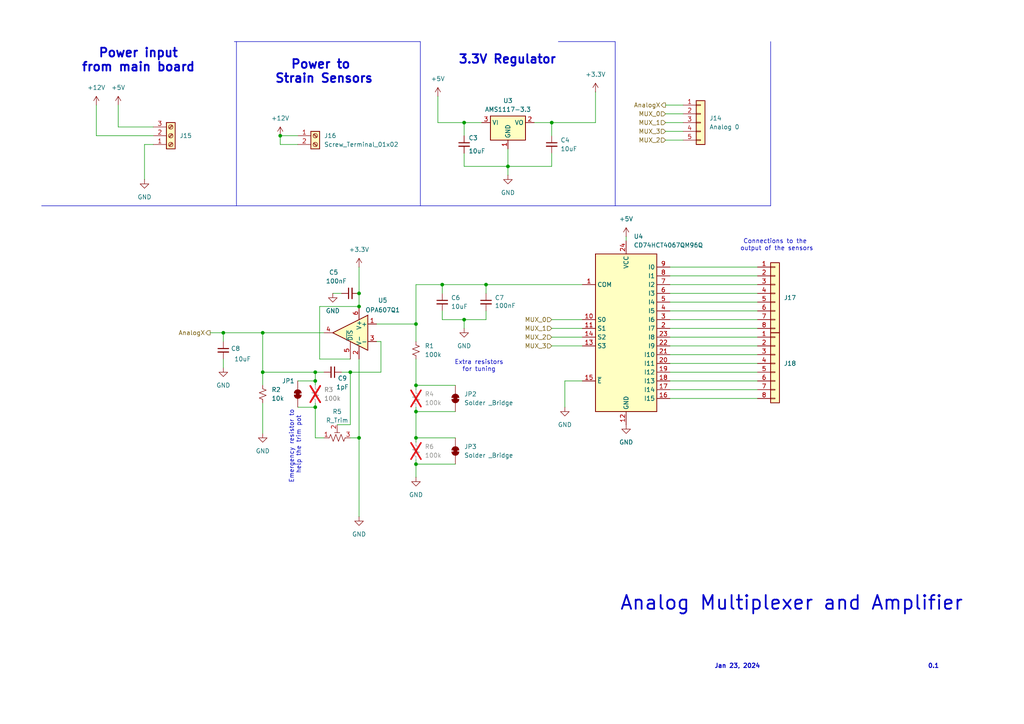
<source format=kicad_sch>
(kicad_sch (version 20231120) (generator "eeschema") (generator_version "8.0")
  (paper "A4")
  (lib_symbols
    (symbol "+3.3V_1" (power) (pin_numbers hide) (pin_names (offset 0) hide)
      (property "Value" "+3.3V" (at 0 3.556 0))
      (symbol "+3.3V_1_0_1"
        (polyline (pts (xy -0.762 1.27) (xy 0 2.54)))
        (polyline (pts (xy 0 0) (xy 0 2.54)))
        (polyline (pts (xy 0 2.54) (xy 0.762 1.27)))
      )
      (symbol "+3.3V_1_1_1"
        (pin power_in line (at 0 0 90) (length 0) (name "~") (number "1"))
      )
    )
    (symbol "+5V_1" (power) (pin_numbers hide) (pin_names (offset 0) hide)
      (property "Value" "+5V" (at 0 3.556 0))
      (symbol "+5V_1_0_1"
        (polyline (pts (xy -0.762 1.27) (xy 0 2.54)))
        (polyline (pts (xy 0 0) (xy 0 2.54)))
        (polyline (pts (xy 0 2.54) (xy 0.762 1.27)))
      )
      (symbol "+5V_1_1_1"
        (pin power_in line (at 0 0 90) (length 0) (name "~") (number "1"))
      )
    )
    (symbol "74xx:CD74HC4067M"
      (property "Reference" "U8" (at 2.1941 26.67 0))
      (property "Value" "CD74HCT4067QM96Q" (at 2.1941 24.13 0))
      (symbol "CD74HC4067M_0_1"
        (rectangle (start -8.89 21.59) (end 8.89 -24.13) (stroke (width 0.254)) (fill (type background)))
      )
      (symbol "CD74HC4067M_1_1"
        (pin output line (at -12.7 12.7 0) (length 3.81) (name "COM") (number "1"))
        (pin input line (at -12.7 2.54 0) (length 3.81) (name "S0") (number "10"))
        (pin input line (at -12.7 0 0) (length 3.81) (name "S1") (number "11"))
        (pin power_in line (at 0 -27.94 90) (length 3.81) (name "GND") (number "12"))
        (pin input line (at -12.7 -5.08 0) (length 3.81) (name "S3") (number "13"))
        (pin input line (at -12.7 -2.54 0) (length 3.81) (name "S2") (number "14"))
        (pin input line (at -12.7 -15.24 0) (length 3.81) (name "~{E}") (number "15"))
        (pin passive line (at 12.7 -20.32 180) (length 3.81) (name "I15") (number "16"))
        (pin passive line (at 12.7 -17.78 180) (length 3.81) (name "I14") (number "17"))
        (pin passive line (at 12.7 -15.24 180) (length 3.81) (name "I13") (number "18"))
        (pin passive line (at 12.7 -12.7 180) (length 3.81) (name "I12") (number "19"))
        (pin passive line (at 12.7 0 180) (length 3.81) (name "I7") (number "2"))
        (pin passive line (at 12.7 -10.16 180) (length 3.81) (name "I11") (number "20"))
        (pin passive line (at 12.7 -7.62 180) (length 3.81) (name "I10") (number "21"))
        (pin passive line (at 12.7 -5.08 180) (length 3.81) (name "I9") (number "22"))
        (pin passive line (at 12.7 -2.54 180) (length 3.81) (name "I8") (number "23"))
        (pin power_in line (at 0 25.4 270) (length 3.81) (name "VCC") (number "24"))
        (pin passive line (at 12.7 2.54 180) (length 3.81) (name "I6") (number "3"))
        (pin passive line (at 12.7 5.08 180) (length 3.81) (name "I5") (number "4"))
        (pin passive line (at 12.7 7.62 180) (length 3.81) (name "I4") (number "5"))
        (pin passive line (at 12.7 10.16 180) (length 3.81) (name "I3") (number "6"))
        (pin passive line (at 12.7 12.7 180) (length 3.81) (name "I2") (number "7"))
        (pin passive line (at 12.7 15.24 180) (length 3.81) (name "I1") (number "8"))
        (pin passive line (at 12.7 17.78 180) (length 3.81) (name "I0") (number "9"))
      )
    )
    (symbol "Amplifier_Operational:OPA690xDBV" (pin_names (offset 0.127))
      (property "Reference" "U5" (at 12.7 6.3186 0))
      (property "Value" "OPA607Q1" (at 12.7 3.7786 0))
      (symbol "OPA690xDBV_0_1"
        (polyline (pts (xy -5.08 5.08) (xy 5.08 0) (xy -5.08 -5.08) (xy -5.08 5.08)) (stroke (width 0.254)) (fill (type background)))
        (pin power_in line (at -2.54 -7.62 90) (length 3.81) (name "V-") (number "2"))
        (pin power_in line (at -2.54 7.62 270) (length 3.81) (name "V+") (number "6"))
      )
      (symbol "OPA690xDBV_1_1"
        (pin input line (at -7.62 2.54 0) (length 2.54) (name "+") (number "1"))
        (pin input line (at -7.62 -2.54 0) (length 2.54) (name "-") (number "3"))
        (pin output line (at 7.62 0 180) (length 2.54) (name "~") (number "4"))
        (pin input line (at 0 -7.62 90) (length 5.08) (name "~{DIS}") (number "5"))
      )
    )
    (symbol "Connector:Screw_Terminal_01x02" (pin_names (offset 1.016) hide)
      (property "Reference" "J" (at 0 2.54 0))
      (property "Value" "Screw_Terminal_01x02" (at 0 -5.08 0))
      (symbol "Screw_Terminal_01x02_1_1"
        (rectangle (start -1.27 1.27) (end 1.27 -3.81) (stroke (width 0.254)) (fill (type background)))
        (circle (center 0 -2.54) (radius 0.635) (stroke (width 0.1524)))
        (polyline (pts (xy -0.5334 -2.2098) (xy 0.3302 -3.048)) (stroke (width 0.1524)))
        (polyline (pts (xy -0.5334 0.3302) (xy 0.3302 -0.508)) (stroke (width 0.1524)))
        (polyline (pts (xy -0.3556 -2.032) (xy 0.508 -2.8702)) (stroke (width 0.1524)))
        (polyline (pts (xy -0.3556 0.508) (xy 0.508 -0.3302)) (stroke (width 0.1524)))
        (circle (center 0 0) (radius 0.635) (stroke (width 0.1524)))
        (pin passive line (at -5.08 0 0) (length 3.81) (name "Pin_1") (number "1"))
        (pin passive line (at -5.08 -2.54 0) (length 3.81) (name "Pin_2") (number "2"))
      )
    )
    (symbol "Connector:Screw_Terminal_01x03" (pin_names (offset 1.016) hide)
      (property "Reference" "J" (at 0 5.08 0))
      (property "Value" "Screw_Terminal_01x03" (at 0 -5.08 0))
      (symbol "Screw_Terminal_01x03_1_1"
        (rectangle (start -1.27 3.81) (end 1.27 -3.81) (stroke (width 0.254)) (fill (type background)))
        (circle (center 0 -2.54) (radius 0.635) (stroke (width 0.1524)))
        (polyline (pts (xy -0.5334 -2.2098) (xy 0.3302 -3.048)) (stroke (width 0.1524)))
        (polyline (pts (xy -0.5334 0.3302) (xy 0.3302 -0.508)) (stroke (width 0.1524)))
        (polyline (pts (xy -0.5334 2.8702) (xy 0.3302 2.032)) (stroke (width 0.1524)))
        (polyline (pts (xy -0.3556 -2.032) (xy 0.508 -2.8702)) (stroke (width 0.1524)))
        (polyline (pts (xy -0.3556 0.508) (xy 0.508 -0.3302)) (stroke (width 0.1524)))
        (polyline (pts (xy -0.3556 3.048) (xy 0.508 2.2098)) (stroke (width 0.1524)))
        (circle (center 0 0) (radius 0.635) (stroke (width 0.1524)))
        (circle (center 0 2.54) (radius 0.635) (stroke (width 0.1524)))
        (pin passive line (at -5.08 2.54 0) (length 3.81) (name "Pin_1") (number "1"))
        (pin passive line (at -5.08 0 0) (length 3.81) (name "Pin_2") (number "2"))
        (pin passive line (at -5.08 -2.54 0) (length 3.81) (name "Pin_3") (number "3"))
      )
    )
    (symbol "Connector_Generic:Conn_01x05" (pin_names (offset 1.016) hide)
      (property "Reference" "J" (at 0 7.62 0))
      (property "Value" "Conn_01x05" (at 0 -7.62 0))
      (symbol "Conn_01x05_1_1"
        (rectangle (start -1.27 -4.953) (end 0 -5.207) (stroke (width 0.1524)))
        (rectangle (start -1.27 -2.413) (end 0 -2.667) (stroke (width 0.1524)))
        (rectangle (start -1.27 0.127) (end 0 -0.127) (stroke (width 0.1524)))
        (rectangle (start -1.27 2.667) (end 0 2.413) (stroke (width 0.1524)))
        (rectangle (start -1.27 5.207) (end 0 4.953) (stroke (width 0.1524)))
        (rectangle (start -1.27 6.35) (end 1.27 -6.35) (stroke (width 0.254)) (fill (type background)))
        (pin passive line (at -5.08 5.08 0) (length 3.81) (name "Pin_1") (number "1"))
        (pin passive line (at -5.08 2.54 0) (length 3.81) (name "Pin_2") (number "2"))
        (pin passive line (at -5.08 0 0) (length 3.81) (name "Pin_3") (number "3"))
        (pin passive line (at -5.08 -2.54 0) (length 3.81) (name "Pin_4") (number "4"))
        (pin passive line (at -5.08 -5.08 0) (length 3.81) (name "Pin_5") (number "5"))
      )
    )
    (symbol "Connector_Generic:Conn_01x08" (pin_names (offset 1.016) hide)
      (property "Reference" "J" (at 0 10.16 0))
      (property "Value" "Conn_01x08" (at 0 -12.7 0))
      (symbol "Conn_01x08_1_1"
        (rectangle (start -1.27 -10.033) (end 0 -10.287) (stroke (width 0.1524)))
        (rectangle (start -1.27 -7.493) (end 0 -7.747) (stroke (width 0.1524)))
        (rectangle (start -1.27 -4.953) (end 0 -5.207) (stroke (width 0.1524)))
        (rectangle (start -1.27 -2.413) (end 0 -2.667) (stroke (width 0.1524)))
        (rectangle (start -1.27 0.127) (end 0 -0.127) (stroke (width 0.1524)))
        (rectangle (start -1.27 2.667) (end 0 2.413) (stroke (width 0.1524)))
        (rectangle (start -1.27 5.207) (end 0 4.953) (stroke (width 0.1524)))
        (rectangle (start -1.27 7.747) (end 0 7.493) (stroke (width 0.1524)))
        (rectangle (start -1.27 8.89) (end 1.27 -11.43) (stroke (width 0.254)) (fill (type background)))
        (pin passive line (at -5.08 7.62 0) (length 3.81) (name "Pin_1") (number "1"))
        (pin passive line (at -5.08 5.08 0) (length 3.81) (name "Pin_2") (number "2"))
        (pin passive line (at -5.08 2.54 0) (length 3.81) (name "Pin_3") (number "3"))
        (pin passive line (at -5.08 0 0) (length 3.81) (name "Pin_4") (number "4"))
        (pin passive line (at -5.08 -2.54 0) (length 3.81) (name "Pin_5") (number "5"))
        (pin passive line (at -5.08 -5.08 0) (length 3.81) (name "Pin_6") (number "6"))
        (pin passive line (at -5.08 -7.62 0) (length 3.81) (name "Pin_7") (number "7"))
        (pin passive line (at -5.08 -10.16 0) (length 3.81) (name "Pin_8") (number "8"))
      )
    )
    (symbol "Device:C_Small" (pin_numbers hide) (pin_names (offset 0.254) hide)
      (property "Reference" "C" (at 0.254 1.778 0))
      (property "Value" "C_Small" (at 0.254 -2.032 0))
      (symbol "C_Small_0_1"
        (polyline (pts (xy -1.524 -0.508) (xy 1.524 -0.508)) (stroke (width 0.3302)))
        (polyline (pts (xy -1.524 0.508) (xy 1.524 0.508)) (stroke (width 0.3048)))
      )
      (symbol "C_Small_1_1"
        (pin passive line (at 0 2.54 270) (length 2.032) (name "~") (number "1"))
        (pin passive line (at 0 -2.54 90) (length 2.032) (name "~") (number "2"))
      )
    )
    (symbol "Device:R_Potentiometer_Trim_US" (pin_names (offset 1.016) hide)
      (property "Reference" "RV" (at -4.445 0 90))
      (property "Value" "R_Potentiometer_Trim_US" (at -2.54 0 90))
      (symbol "R_Potentiometer_Trim_US_0_1"
        (polyline (pts (xy 0 -2.286) (xy 0 -2.54)))
        (polyline (pts (xy 0 2.286) (xy 0 2.54)))
        (polyline (pts (xy 1.524 0.762) (xy 1.524 -0.762)))
        (polyline (pts (xy 2.54 0) (xy 1.524 0)))
        (polyline (pts (xy 0 -0.762) (xy 1.016 -1.143) (xy 0 -1.524) (xy -1.016 -1.905) (xy 0 -2.286)))
        (polyline (pts (xy 0 0.762) (xy 1.016 0.381) (xy 0 0) (xy -1.016 -0.381) (xy 0 -0.762)))
        (polyline (pts (xy 0 2.286) (xy 1.016 1.905) (xy 0 1.524) (xy -1.016 1.143) (xy 0 0.762)))
      )
      (symbol "R_Potentiometer_Trim_US_1_1"
        (pin passive line (at 0 3.81 270) (length 1.27) (name "1") (number "1"))
        (pin passive line (at 3.81 0 180) (length 1.27) (name "2") (number "2"))
        (pin passive line (at 0 -3.81 90) (length 1.27) (name "3") (number "3"))
      )
    )
    (symbol "Device:R_Small_US" (pin_numbers hide) (pin_names (offset 0.254) hide)
      (property "Reference" "R" (at 0.762 0.508 0))
      (property "Value" "R_Small_US" (at 0.762 -1.016 0))
      (symbol "R_Small_US_1_1"
        (polyline (pts (xy 0 0) (xy 1.016 -0.381) (xy 0 -0.762) (xy -1.016 -1.143) (xy 0 -1.524)))
        (polyline (pts (xy 0 1.524) (xy 1.016 1.143) (xy 0 0.762) (xy -1.016 0.381) (xy 0 0)))
        (pin passive line (at 0 2.54 270) (length 1.016) (name "~") (number "1"))
        (pin passive line (at 0 -2.54 90) (length 1.016) (name "~") (number "2"))
      )
    )
    (symbol "Jumper:SolderJumper_2_Bridged" (pin_numbers hide) (pin_names (offset 0) hide) (exclude_from_sim yes) (in_bom no)
      (property "Reference" "JP" (at 0 2.032 0))
      (property "Value" "SolderJumper_2_Bridged" (at 0 -2.54 0))
      (symbol "SolderJumper_2_Bridged_0_1"
        (rectangle (start -0.508 0.508) (end 0.508 -0.508) (fill (type outline)))
        (arc (start -0.254 1.016) (mid -1.2656 0) (end -0.254 -1.016))
        (arc (start -0.254 1.016) (mid -1.2656 0) (end -0.254 -1.016) (fill (type outline)))
        (polyline (pts (xy -0.254 1.016) (xy -0.254 -1.016)))
        (polyline (pts (xy 0.254 1.016) (xy 0.254 -1.016)))
        (arc (start 0.254 -1.016) (mid 1.2656 0) (end 0.254 1.016))
        (arc (start 0.254 -1.016) (mid 1.2656 0) (end 0.254 1.016) (fill (type outline)))
      )
      (symbol "SolderJumper_2_Bridged_1_1"
        (pin passive line (at -3.81 0 0) (length 2.54) (name "A") (number "1"))
        (pin passive line (at 3.81 0 180) (length 2.54) (name "B") (number "2"))
      )
    )
    (symbol "Regulator_Linear:AMS1117-3.3"
      (property "Reference" "U" (at -3.81 3.175 0))
      (property "Value" "AMS1117-3.3" (at 0 3.175 0))
      (symbol "AMS1117-3.3_0_1"
        (rectangle (start -5.08 -5.08) (end 5.08 1.905) (stroke (width 0.254)) (fill (type background)))
      )
      (symbol "AMS1117-3.3_1_1"
        (pin power_in line (at 0 -7.62 90) (length 2.54) (name "GND") (number "1"))
        (pin power_out line (at 7.62 0 180) (length 2.54) (name "VO") (number "2"))
        (pin power_in line (at -7.62 0 0) (length 2.54) (name "VI") (number "3"))
      )
    )
    (symbol "power:+12V" (power) (pin_numbers hide) (pin_names (offset 0) hide)
      (property "Value" "+12V" (at 0 3.556 0))
      (symbol "+12V_0_1"
        (polyline (pts (xy -0.762 1.27) (xy 0 2.54)))
        (polyline (pts (xy 0 0) (xy 0 2.54)))
        (polyline (pts (xy 0 2.54) (xy 0.762 1.27)))
      )
      (symbol "+12V_1_1"
        (pin power_in line (at 0 0 90) (length 0) (name "~") (number "1"))
      )
    )
    (symbol "power:+3.3V" (power) (pin_numbers hide) (pin_names (offset 0) hide)
      (property "Value" "+3.3V" (at 0 3.556 0))
      (symbol "+3.3V_0_1"
        (polyline (pts (xy -0.762 1.27) (xy 0 2.54)))
        (polyline (pts (xy 0 0) (xy 0 2.54)))
        (polyline (pts (xy 0 2.54) (xy 0.762 1.27)))
      )
      (symbol "+3.3V_1_1"
        (pin power_in line (at 0 0 90) (length 0) (name "~") (number "1"))
      )
    )
    (symbol "power:+5V" (power) (pin_numbers hide) (pin_names (offset 0) hide)
      (property "Value" "+5V" (at 0 3.556 0))
      (symbol "+5V_0_1"
        (polyline (pts (xy -0.762 1.27) (xy 0 2.54)))
        (polyline (pts (xy 0 0) (xy 0 2.54)))
        (polyline (pts (xy 0 2.54) (xy 0.762 1.27)))
      )
      (symbol "+5V_1_1"
        (pin power_in line (at 0 0 90) (length 0) (name "~") (number "1"))
      )
    )
    (symbol "power:GND" (power) (pin_numbers hide) (pin_names (offset 0) hide)
      (property "Value" "GND" (at 0 -3.81 0))
      (symbol "GND_0_1"
        (polyline (pts (xy 0 0) (xy 0 -1.27) (xy 1.27 -1.27) (xy 0 -2.54) (xy -1.27 -1.27) (xy 0 -1.27)))
      )
      (symbol "GND_1_1"
        (pin power_in line (at 0 0 270) (length 0) (name "~") (number "1"))
      )
    )
  )
  (junction (at 120.65 111.76))
  (junction (at 91.44 107.95))
  (junction (at 81.28 39.37))
  (junction (at 64.77 96.52))
  (junction (at 147.32 48.26))
  (junction (at 128.27 82.55))
  (junction (at 120.65 119.38))
  (junction (at 104.14 88.9))
  (junction (at 120.65 127))
  (junction (at 120.65 93.98))
  (junction (at 104.14 85.09))
  (junction (at 160.02 35.56))
  (junction (at 91.44 110.49))
  (junction (at 76.2 96.52))
  (junction (at 104.14 127))
  (junction (at 91.44 118.11))
  (junction (at 101.6 107.95))
  (junction (at 140.97 82.55))
  (junction (at 134.62 35.56))
  (junction (at 120.65 134.62))
  (junction (at 134.62 92.71))
  (junction (at 76.2 107.95))
  (wire (pts (xy 64.77 96.52) (xy 60.96 96.52)))
  (wire (pts (xy 76.2 96.52) (xy 76.2 107.95)))
  (polyline (pts (xy 121.92 59.69) (xy 178.435 59.69)))
  (wire (pts (xy 127 35.56) (xy 127 27.94)))
  (wire (pts (xy 104.14 77.47) (xy 104.14 85.09)))
  (wire (pts (xy 160.02 95.25) (xy 168.91 95.25)))
  (polyline (pts (xy 121.92 59.69) (xy 121.92 12.065)))
  (wire (pts (xy 120.65 111.76) (xy 120.65 113.03)))
  (wire (pts (xy 27.94 39.37) (xy 27.94 30.48)))
  (wire (pts (xy 193.04 35.56) (xy 198.12 35.56)))
  (wire (pts (xy 86.36 110.49) (xy 91.44 110.49)))
  (wire (pts (xy 104.14 104.14) (xy 104.14 127)))
  (wire (pts (xy 76.2 107.95) (xy 91.44 107.95)))
  (wire (pts (xy 128.27 82.55) (xy 140.97 82.55)))
  (wire (pts (xy 160.02 35.56) (xy 160.02 39.37)))
  (wire (pts (xy 193.04 33.02) (xy 198.12 33.02)))
  (wire (pts (xy 76.2 116.84) (xy 76.2 125.73)))
  (wire (pts (xy 91.44 107.95) (xy 93.98 107.95)))
  (polyline (pts (xy 67.945 12.065) (xy 121.92 12.065)))
  (wire (pts (xy 134.62 35.56) (xy 139.7 35.56)))
  (wire (pts (xy 96.52 85.09) (xy 99.06 85.09)))
  (wire (pts (xy 147.32 43.18) (xy 147.32 48.26)))
  (wire (pts (xy 76.2 107.95) (xy 76.2 111.76)))
  (polyline (pts (xy 178.435 59.69) (xy 223.52 59.69)))
  (wire (pts (xy 194.31 85.09) (xy 219.71 85.09)))
  (wire (pts (xy 120.65 93.98) (xy 120.65 99.06)))
  (wire (pts (xy 147.32 48.26) (xy 160.02 48.26)))
  (wire (pts (xy 134.62 48.26) (xy 147.32 48.26)))
  (wire (pts (xy 194.31 100.33) (xy 219.71 100.33)))
  (wire (pts (xy 194.31 107.95) (xy 219.71 107.95)))
  (wire (pts (xy 64.77 99.06) (xy 64.77 96.52)))
  (wire (pts (xy 92.71 88.9) (xy 92.71 104.14)))
  (wire (pts (xy 120.65 82.55) (xy 128.27 82.55)))
  (wire (pts (xy 27.94 39.37) (xy 44.45 39.37)))
  (polyline (pts (xy 178.435 12.065) (xy 161.925 12.065)))
  (wire (pts (xy 154.94 35.56) (xy 160.02 35.56)))
  (wire (pts (xy 194.31 87.63) (xy 219.71 87.63)))
  (wire (pts (xy 120.65 133.35) (xy 120.65 134.62)))
  (wire (pts (xy 104.14 85.09) (xy 104.14 88.9)))
  (wire (pts (xy 134.62 48.26) (xy 134.62 44.45)))
  (wire (pts (xy 163.83 118.11) (xy 163.83 110.49)))
  (wire (pts (xy 91.44 118.11) (xy 86.36 118.11)))
  (wire (pts (xy 140.97 82.55) (xy 168.91 82.55)))
  (wire (pts (xy 128.27 92.71) (xy 134.62 92.71)))
  (wire (pts (xy 194.31 82.55) (xy 219.71 82.55)))
  (wire (pts (xy 120.65 119.38) (xy 132.08 119.38)))
  (wire (pts (xy 194.31 90.17) (xy 219.71 90.17)))
  (wire (pts (xy 160.02 97.79) (xy 168.91 97.79)))
  (polyline (pts (xy 68.58 59.69) (xy 121.92 59.69)))
  (wire (pts (xy 64.77 106.68) (xy 64.77 104.14)))
  (wire (pts (xy 120.65 134.62) (xy 120.65 138.43)))
  (wire (pts (xy 128.27 92.71) (xy 128.27 90.17)))
  (wire (pts (xy 120.65 134.62) (xy 132.08 134.62)))
  (wire (pts (xy 34.29 36.83) (xy 34.29 30.48)))
  (wire (pts (xy 140.97 92.71) (xy 140.97 90.17)))
  (wire (pts (xy 104.14 127) (xy 104.14 149.86)))
  (polyline (pts (xy 223.52 12.065) (xy 223.52 59.69)))
  (wire (pts (xy 172.72 26.67) (xy 172.72 35.56)))
  (wire (pts (xy 193.04 30.48) (xy 198.12 30.48)))
  (wire (pts (xy 110.49 99.06) (xy 109.22 99.06)))
  (wire (pts (xy 194.31 110.49) (xy 219.71 110.49)))
  (wire (pts (xy 91.44 127) (xy 93.98 127)))
  (wire (pts (xy 193.04 38.1) (xy 198.12 38.1)))
  (wire (pts (xy 147.32 50.8) (xy 147.32 48.26)))
  (wire (pts (xy 194.31 77.47) (xy 219.71 77.47)))
  (wire (pts (xy 101.6 107.95) (xy 110.49 107.95)))
  (wire (pts (xy 128.27 85.09) (xy 128.27 82.55)))
  (wire (pts (xy 101.6 123.19) (xy 101.6 107.95)))
  (wire (pts (xy 81.28 41.91) (xy 86.36 41.91)))
  (polyline (pts (xy 68.58 12.065) (xy 68.58 59.69)))
  (wire (pts (xy 193.04 40.64) (xy 198.12 40.64)))
  (wire (pts (xy 160.02 100.33) (xy 168.91 100.33)))
  (wire (pts (xy 81.28 39.37) (xy 81.28 41.91)))
  (wire (pts (xy 120.65 119.38) (xy 120.65 127)))
  (wire (pts (xy 91.44 110.49) (xy 91.44 111.76)))
  (wire (pts (xy 194.31 80.01) (xy 219.71 80.01)))
  (wire (pts (xy 120.65 93.98) (xy 109.22 93.98)))
  (wire (pts (xy 99.06 107.95) (xy 101.6 107.95)))
  (wire (pts (xy 194.31 102.87) (xy 219.71 102.87)))
  (wire (pts (xy 194.31 105.41) (xy 219.71 105.41)))
  (wire (pts (xy 134.62 95.25) (xy 134.62 92.71)))
  (polyline (pts (xy 178.435 59.69) (xy 178.435 12.065)))
  (polyline (pts (xy 12.065 59.69) (xy 68.58 59.69)))
  (wire (pts (xy 41.91 41.91) (xy 41.91 52.07)))
  (wire (pts (xy 91.44 118.11) (xy 91.44 127)))
  (wire (pts (xy 120.65 127) (xy 120.65 128.27)))
  (wire (pts (xy 91.44 116.84) (xy 91.44 118.11)))
  (wire (pts (xy 160.02 92.71) (xy 168.91 92.71)))
  (wire (pts (xy 194.31 92.71) (xy 219.71 92.71)))
  (wire (pts (xy 101.6 123.19) (xy 97.79 123.19)))
  (wire (pts (xy 163.83 110.49) (xy 168.91 110.49)))
  (wire (pts (xy 160.02 48.26) (xy 160.02 44.45)))
  (wire (pts (xy 120.65 104.14) (xy 120.65 111.76)))
  (wire (pts (xy 92.71 104.14) (xy 101.6 104.14)))
  (wire (pts (xy 194.31 113.03) (xy 219.71 113.03)))
  (wire (pts (xy 44.45 41.91) (xy 41.91 41.91)))
  (wire (pts (xy 194.31 95.25) (xy 219.71 95.25)))
  (wire (pts (xy 181.61 68.58) (xy 181.61 69.85)))
  (wire (pts (xy 160.02 35.56) (xy 172.72 35.56)))
  (wire (pts (xy 91.44 107.95) (xy 91.44 110.49)))
  (wire (pts (xy 120.65 111.76) (xy 132.08 111.76)))
  (wire (pts (xy 76.2 96.52) (xy 93.98 96.52)))
  (wire (pts (xy 101.6 127) (xy 104.14 127)))
  (wire (pts (xy 194.31 97.79) (xy 219.71 97.79)))
  (wire (pts (xy 127 35.56) (xy 134.62 35.56)))
  (wire (pts (xy 34.29 36.83) (xy 44.45 36.83)))
  (wire (pts (xy 120.65 82.55) (xy 120.65 93.98)))
  (wire (pts (xy 140.97 92.71) (xy 134.62 92.71)))
  (wire (pts (xy 134.62 35.56) (xy 134.62 39.37)))
  (wire (pts (xy 81.28 39.37) (xy 86.36 39.37)))
  (wire (pts (xy 104.14 88.9) (xy 92.71 88.9)))
  (wire (pts (xy 110.49 99.06) (xy 110.49 107.95)))
  (wire (pts (xy 132.08 127) (xy 120.65 127)))
  (wire (pts (xy 140.97 85.09) (xy 140.97 82.55)))
  (wire (pts (xy 64.77 96.52) (xy 76.2 96.52)))
  (wire (pts (xy 194.31 115.57) (xy 219.71 115.57)))
  (wire (pts (xy 120.65 118.11) (xy 120.65 119.38)))
  (text "Jan 23, 2024" (at 213.868 193.294 0) (effects (font (size 1.27 1.27) (thickness 0.254) (bold yes))))
  (text "Power input\nfrom main board" (at 40.132 17.526 0) (effects (font (size 2.54 2.54) (thickness 0.508) (bold yes))))
  (text "3.3V Regulator" (at 132.842 18.796 0) (effects (font (size 2.5 2.5) (thickness 0.5) (bold yes)) (justify left bottom)))
  (text "Power to \nStrain Sensors" (at 93.98 20.828 0) (effects (font (size 2.54 2.54) (thickness 0.508) (bold yes))))
  (text "Connections to the \noutput of the sensors" (at 225.298 71.12 0) (effects (font (size 1.27 1.27))))
  (text "0.1" (at 270.764 193.294 0) (effects (font (size 1.27 1.27) (thickness 0.254) (bold yes))))
  (text "Analog Multiplexer and Amplifier" (at 229.616 175.006 0) (effects (font (size 4 4) (thickness 0.5))))
  (text "Emergency resistor to \nhelp the trim pot" (at 85.598 129.032 90) (effects (font (size 1.27 1.27))))
  (text "Extra resistors\nfor tuning" (at 138.938 106.172 0) (effects (font (size 1.27 1.27))))
  (hierarchical_label "MUX_3" (shape input) (at 193.04 38.1 180))
  (hierarchical_label "MUX_2" (shape input) (at 160.02 97.79 180))
  (hierarchical_label "MUX_0" (shape input) (at 193.04 33.02 180))
  (hierarchical_label "MUX_1" (shape input) (at 193.04 35.56 180))
  (hierarchical_label "MUX_2" (shape input) (at 193.04 40.64 180))
  (hierarchical_label "AnalogX" (shape output) (at 60.96 96.52 180))
  (hierarchical_label "AnalogX" (shape output) (at 193.04 30.48 180))
  (hierarchical_label "MUX_1" (shape input) (at 160.02 95.25 180))
  (hierarchical_label "MUX_3" (shape input) (at 160.02 100.33 180))
  (hierarchical_label "MUX_0" (shape input) (at 160.02 92.71 180))
  (symbol (lib_id "74xx:CD74HC4067M") (at 181.61 95.25 0) (unit 1) (exclude_from_sim yes)
    (property "Reference" "U4" (at 183.8041 68.58 0) (effects (justify left)))
    (property "Value" "CD74HCT4067QM96Q" (at 183.8041 71.12 0) (effects (justify left)))
    (property "Footprint" "Package_SO:SOIC-24W_7.5x15.4mm_P1.27mm" (effects (hide yes)))
    (property "Datasheet" "http://www.ti.com/lit/ds/symlink/cd74hc4067.pdf" (effects (hide yes)))
    (property "Description" "High-Speed CMOS Logic 16-Channel Analog Multiplexer/Demultiplexer, SOIC-24" (effects (hide yes)))
  )
  (symbol (lib_name "+5V_1") (lib_id "power:+5V") (at 127 27.94 0) (unit 1)
    (property "Reference" "#PWR012" (effects (hide yes)))
    (property "Value" "+5V" (at 127 22.86 0))
    (property "Description" "Power symbol creates a global label with name \"+5V\"" (effects (hide yes)))
  )
  (symbol (lib_id "power:+3.3V") (at 104.14 77.47 0) (unit 1)
    (property "Reference" "#PWR019" (effects (hide yes)))
    (property "Value" "+3.3V" (at 104.14 72.39 0))
    (property "Description" "Power symbol creates a global label with name \"+3.3V\"" (effects (hide yes)))
  )
  (symbol (lib_id "power:+5V") (at 181.61 68.58 0) (unit 1)
    (property "Reference" "#PWR018" (effects (hide yes)))
    (property "Value" "+5V" (at 181.61 63.5 0))
    (property "Description" "Power symbol creates a global label with name \"+5V\"" (effects (hide yes)))
  )
  (symbol (lib_id "Device:R_Small_US") (at 120.65 115.57 0) (unit 1) (dnp yes)
    (property "Reference" "R4" (at 123.19 114.2999 0) (effects (justify left)))
    (property "Value" "100k" (at 123.19 116.8399 0) (effects (justify left)))
    (property "Footprint" "Resistor_SMD:R_0603_1608Metric_Pad0.98x0.95mm_HandSolder" (effects (hide yes)))
    (property "Description" "Resistor, small US symbol" (effects (hide yes)))
  )
  (symbol (lib_id "power:GND") (at 41.91 52.07 0) (unit 1)
    (property "Reference" "#PWR017" (effects (hide yes)))
    (property "Value" "GND" (at 41.91 57.15 0))
    (property "Description" "Power symbol creates a global label with name \"GND\" , ground" (effects (hide yes)))
  )
  (symbol (lib_id "power:GND") (at 104.14 149.86 0) (unit 1)
    (property "Reference" "#PWR027" (effects (hide yes)))
    (property "Value" "GND" (at 104.14 154.94 0))
    (property "Description" "Power symbol creates a global label with name \"GND\" , ground" (effects (hide yes)))
  )
  (symbol (lib_id "power:GND") (at 147.32 50.8 0) (unit 1)
    (property "Reference" "#PWR016" (effects (hide yes)))
    (property "Value" "GND" (at 147.32 55.88 0))
    (property "Description" "Power symbol creates a global label with name \"GND\" , ground" (effects (hide yes)))
  )
  (symbol (lib_id "power:GND") (at 134.62 95.25 0) (unit 1)
    (property "Reference" "#PWR021" (effects (hide yes)))
    (property "Value" "GND" (at 134.62 100.33 0))
    (property "Description" "Power symbol creates a global label with name \"GND\" , ground" (effects (hide yes)))
  )
  (symbol (lib_id "Jumper:SolderJumper_2_Bridged") (at 132.08 115.57 90) (unit 1) (exclude_from_sim yes) (in_bom no)
    (property "Reference" "JP2" (at 134.62 114.2999 90) (effects (justify right)))
    (property "Value" "Solder _Bridge" (at 134.62 116.8399 90) (effects (justify right)))
    (property "Footprint" "Jumper:SolderJumper-2_P1.3mm_Bridged_RoundedPad1.0x1.5mm" (effects (hide yes)))
    (property "Description" "Solder Jumper, 2-pole, closed/bridged" (effects (hide yes)))
  )
  (symbol (lib_id "power:GND") (at 120.65 138.43 0) (unit 1)
    (property "Reference" "#PWR026" (effects (hide yes)))
    (property "Value" "GND" (at 120.65 143.51 0))
    (property "Description" "Power symbol creates a global label with name \"GND\" , ground" (effects (hide yes)))
  )
  (symbol (lib_id "Regulator_Linear:AMS1117-3.3") (at 147.32 35.56 0) (unit 1) (exclude_from_sim yes)
    (property "Reference" "U3" (at 147.32 29.21 0))
    (property "Value" "AMS1117-3.3" (at 147.32 31.75 0))
    (property "Footprint" "Package_TO_SOT_SMD:SOT-223-3_TabPin2" (effects (hide yes)))
    (property "Datasheet" "http://www.advanced-monolithic.com/pdf/ds1117.pdf" (effects (hide yes)))
    (property "Description" "1A Low Dropout regulator, positive, 3.3V fixed output, SOT-223" (effects (hide yes)))
  )
  (symbol (lib_id "Device:R_Small_US") (at 91.44 114.3 0) (unit 1) (dnp yes)
    (property "Reference" "R3" (at 93.98 113.0299 0) (effects (justify left)))
    (property "Value" "100k" (at 93.98 115.5699 0) (effects (justify left)))
    (property "Footprint" "Resistor_SMD:R_0603_1608Metric_Pad0.98x0.95mm_HandSolder" (effects (hide yes)))
    (property "Description" "Resistor, small US symbol" (effects (hide yes)))
  )
  (symbol (lib_id "power:GND") (at 96.52 85.09 0) (unit 1)
    (property "Reference" "#PWR020" (effects (hide yes)))
    (property "Value" "GND" (at 96.52 90.17 0))
    (property "Description" "Power symbol creates a global label with name \"GND\" , ground" (effects (hide yes)))
  )
  (symbol (lib_id "Jumper:SolderJumper_2_Bridged") (at 132.08 130.81 90) (unit 1) (exclude_from_sim yes) (in_bom no)
    (property "Reference" "JP3" (at 134.62 129.5399 90) (effects (justify right)))
    (property "Value" "Solder _Bridge" (at 134.62 132.0799 90) (effects (justify right)))
    (property "Footprint" "Jumper:SolderJumper-2_P1.3mm_Bridged_RoundedPad1.0x1.5mm" (effects (hide yes)))
    (property "Description" "Solder Jumper, 2-pole, closed/bridged" (effects (hide yes)))
  )
  (symbol (lib_id "power:+12V") (at 81.28 39.37 0) (unit 1)
    (property "Reference" "#PWR015" (effects (hide yes)))
    (property "Value" "+12V" (at 81.28 34.29 0))
    (property "Description" "Power symbol creates a global label with name \"+12V\"" (effects (hide yes)))
  )
  (symbol (lib_id "Connector_Generic:Conn_01x08") (at 224.79 105.41 0) (unit 1)
    (property "Reference" "J18" (at 227.33 105.41 0) (effects (justify left)))
    (property "Value" "Conn_01x08" (effects (hide yes)))
    (property "Footprint" "Connector_PinHeader_2.54mm:PinHeader_1x08_P2.54mm_Vertical" (effects (hide yes)))
    (property "Description" "Generic connector, single row, 01x08, script generated (kicad-library-utils/schlib/autogen/connector/)" (effects (hide yes)))
  )
  (symbol (lib_id "power:GND") (at 76.2 125.73 0) (unit 1)
    (property "Reference" "#PWR025" (effects (hide yes)))
    (property "Value" "GND" (at 76.2 130.81 0))
    (property "Description" "Power symbol creates a global label with name \"GND\" , ground" (effects (hide yes)))
  )
  (symbol (lib_id "Device:R_Small_US") (at 76.2 114.3 180) (unit 1)
    (property "Reference" "R2" (at 78.74 113.0299 0) (effects (justify right)))
    (property "Value" "10k" (at 78.74 115.5699 0) (effects (justify right)))
    (property "Footprint" "Resistor_SMD:R_0603_1608Metric_Pad0.98x0.95mm_HandSolder" (effects (hide yes)))
    (property "Description" "Resistor, small US symbol" (effects (hide yes)))
  )
  (symbol (lib_id "power:GND") (at 181.61 123.19 0) (unit 1)
    (property "Reference" "#PWR024" (effects (hide yes)))
    (property "Value" "GND" (at 181.61 128.27 0))
    (property "Description" "Power symbol creates a global label with name \"GND\" , ground" (effects (hide yes)))
  )
  (symbol (lib_id "Device:C_Small") (at 140.97 87.63 0) (unit 1)
    (property "Reference" "C7" (at 143.51 86.3662 0) (effects (justify left)))
    (property "Value" "100nF" (at 143.51 88.646 0) (effects (justify left)))
    (property "Footprint" "Capacitor_SMD:C_0805_2012Metric_Pad1.18x1.45mm_HandSolder" (effects (hide yes)))
    (property "Description" "Unpolarized capacitor, small symbol" (effects (hide yes)))
  )
  (symbol (lib_id "power:GND") (at 163.83 118.11 0) (unit 1)
    (property "Reference" "#PWR023" (effects (hide yes)))
    (property "Value" "GND" (at 163.83 123.19 0))
    (property "Description" "Power symbol creates a global label with name \"GND\" , ground" (effects (hide yes)))
  )
  (symbol (lib_id "power:+5V") (at 34.29 30.48 0) (unit 1)
    (property "Reference" "#PWR014" (effects (hide yes)))
    (property "Value" "+5V" (at 34.29 25.4 0))
    (property "Description" "Power symbol creates a global label with name \"+5V\"" (effects (hide yes)))
  )
  (symbol (lib_id "Device:R_Potentiometer_Trim_US") (at 97.79 127 90) (unit 1) (in_bom no)
    (property "Reference" "R5" (at 97.79 119.38 90))
    (property "Value" "R_Trim" (at 97.79 121.92 90))
    (property "Footprint" "Potentiometer_THT:Potentiometer_Bourns_3296W_Vertical" (effects (hide yes)))
    (property "Description" "Trimmable resistor (preset resistor)" (effects (hide yes)))
  )
  (symbol (lib_id "Connector:Screw_Terminal_01x03") (at 49.53 39.37 0) (mirror x) (unit 1)
    (property "Reference" "J15" (at 52.07 39.3701 0) (effects (justify left)))
    (property "Value" "Screw_Terminal_01x04" (effects (hide yes)))
    (property "Footprint" "TerminalBlock_Phoenix:TerminalBlock_Phoenix_MKDS-1,5-3-5.08_1x03_P5.08mm_Horizontal" (effects (hide yes)))
    (property "Description" "Generic screw terminal, single row, 01x03, script generated (kicad-library-utils/schlib/autogen/connector/)" (effects (hide yes)))
  )
  (symbol (lib_id "Connector_Generic:Conn_01x08") (at 224.79 85.09 0) (unit 1)
    (property "Reference" "J17" (at 227.33 86.3599 0) (effects (justify left)))
    (property "Value" "Conn_01x08" (effects (hide yes)))
    (property "Footprint" "Connector_PinHeader_2.54mm:PinHeader_1x08_P2.54mm_Vertical" (effects (hide yes)))
    (property "Description" "Generic connector, single row, 01x08, script generated (kicad-library-utils/schlib/autogen/connector/)" (effects (hide yes)))
  )
  (symbol (lib_id "power:+12V") (at 27.94 30.48 0) (unit 1)
    (property "Reference" "#PWR013" (effects (hide yes)))
    (property "Value" "+12V" (at 27.94 25.4 0))
    (property "Description" "Power symbol creates a global label with name \"+12V\"" (effects (hide yes)))
  )
  (symbol (lib_id "Device:C_Small") (at 134.62 41.91 0) (unit 1)
    (property "Reference" "C3" (at 135.89 40.005 0) (effects (justify left)))
    (property "Value" "10uF" (at 135.89 43.815 0) (effects (justify left)))
    (property "Footprint" "Capacitor_SMD:C_0805_2012Metric_Pad1.18x1.45mm_HandSolder" (effects (hide yes)))
    (property "LCSC Part #" "C13585" (effects (hide yes)))
  )
  (symbol (lib_id "Device:C_Small") (at 64.77 101.6 0) (unit 1)
    (property "Reference" "C8" (at 68.326 101.092 0))
    (property "Value" "10uF" (at 70.358 104.14 0))
    (property "Footprint" "Capacitor_SMD:C_0805_2012Metric_Pad1.18x1.45mm_HandSolder" (effects (hide yes)))
    (property "Description" "Unpolarized capacitor, small symbol" (effects (hide yes)))
  )
  (symbol (lib_id "Device:C_Small") (at 101.6 85.09 90) (unit 1)
    (property "Reference" "C5" (at 96.774 78.994 90))
    (property "Value" "100nF" (at 97.536 81.534 90))
    (property "Footprint" "Capacitor_SMD:C_0805_2012Metric_Pad1.18x1.45mm_HandSolder" (effects (hide yes)))
    (property "Description" "Unpolarized capacitor, small symbol" (effects (hide yes)))
  )
  (symbol (lib_id "Device:C_Small") (at 96.52 107.95 270) (mirror x) (unit 1)
    (property "Reference" "C9" (at 99.314 109.728 90))
    (property "Value" "1pF" (at 99.314 112.268 90))
    (property "Footprint" "Capacitor_SMD:C_0805_2012Metric_Pad1.18x1.45mm_HandSolder" (effects (hide yes)))
    (property "Description" "Unpolarized capacitor, small symbol" (effects (hide yes)))
  )
  (symbol (lib_name "+3.3V_1") (lib_id "power:+3.3V") (at 172.72 26.67 0) (unit 1)
    (property "Reference" "#PWR011" (effects (hide yes)))
    (property "Value" "+3.3V" (at 172.72 21.59 0))
    (property "Description" "Power symbol creates a global label with name \"+3.3V\"" (effects (hide yes)))
  )
  (symbol (lib_id "Amplifier_Operational:OPA690xDBV") (at 101.6 96.52 0) (mirror y) (unit 1)
    (property "Reference" "U5" (at 110.998 87.122 0))
    (property "Value" "OPA607Q1" (at 110.998 89.916 0))
    (property "Footprint" "Package_TO_SOT_SMD:SOT-363_SC-70-6_Handsoldering" (effects (hide yes)))
    (property "Datasheet" "https://www.ti.com/lit/ds/symlink/opa690.pdf" (effects (hide yes)))
    (property "Description" "Single Low-Power, 500 MHz GBW, ±2.5V to ±5V Dual Supply, 5V to 12V Single Supply, 190mA output current, 1.8kV/us slew rate, Voltage-Feedback Operational Amplifier with Disable, SOT-23-6" (effects (hide yes)))
    (property "Sim.Library" "SPICE/sbomb65a/opa607.lib" (effects (hide yes)))
    (property "Sim.Name" "OPA607" (effects (hide yes)))
    (property "Sim.Device" "SUBCKT" (effects (hide yes)))
    (property "Sim.Pins" "1=IN+ 2=IN- 3=OUT 4=VCC 5=VEE" (effects (hide yes)))
  )
  (symbol (lib_id "Connector:Screw_Terminal_01x02") (at 91.44 39.37 0) (unit 1) (exclude_from_sim yes)
    (property "Reference" "J16" (at 93.98 39.3699 0) (effects (justify left)))
    (property "Value" "Screw_Terminal_01x02" (at 93.98 41.9099 0) (effects (justify left)))
    (property "Footprint" "TerminalBlock_MetzConnect:TerminalBlock_MetzConnect_Type011_RT05502HBWC_1x02_P5.00mm_Horizontal" (effects (hide yes)))
    (property "Description" "Generic screw terminal, single row, 01x02, script generated (kicad-library-utils/schlib/autogen/connector/)" (effects (hide yes)))
  )
  (symbol (lib_id "Jumper:SolderJumper_2_Bridged") (at 86.36 114.3 270) (unit 1) (exclude_from_sim yes) (in_bom no)
    (property "Reference" "JP1" (at 81.788 110.49 90) (effects (justify left)))
    (property "Value" "Solder _Bridge" (effects (hide yes)))
    (property "Footprint" "Jumper:SolderJumper-2_P1.3mm_Bridged_RoundedPad1.0x1.5mm" (effects (hide yes)))
    (property "Description" "Solder Jumper, 2-pole, closed/bridged" (effects (hide yes)))
  )
  (symbol (lib_id "Connector_Generic:Conn_01x05") (at 203.2 35.56 0) (unit 1) (exclude_from_sim yes)
    (property "Reference" "J14" (at 205.74 34.2899 0) (effects (justify left)))
    (property "Value" "Analog 0" (at 205.74 36.8299 0) (effects (justify left)))
    (property "Footprint" "Connector_PinHeader_2.54mm:PinHeader_1x05_P2.54mm_Vertical" (effects (hide yes)))
    (property "Description" "Generic connector, single row, 01x05, script generated (kicad-library-utils/schlib/autogen/connector/)" (effects (hide yes)))
  )
  (symbol (lib_id "Device:R_Small_US") (at 120.65 101.6 0) (unit 1)
    (property "Reference" "R1" (at 123.19 100.3299 0) (effects (justify left)))
    (property "Value" "100k" (at 123.19 102.8699 0) (effects (justify left)))
    (property "Footprint" "Resistor_SMD:R_0603_1608Metric_Pad0.98x0.95mm_HandSolder" (effects (hide yes)))
    (property "Description" "Resistor, small US symbol" (effects (hide yes)))
  )
  (symbol (lib_id "Device:C_Small") (at 128.27 87.63 0) (unit 1)
    (property "Reference" "C6" (at 130.81 86.3662 0) (effects (justify left)))
    (property "Value" "10uF" (at 130.81 88.9062 0) (effects (justify left)))
    (property "Footprint" "Capacitor_SMD:C_0805_2012Metric_Pad1.18x1.45mm_HandSolder" (effects (hide yes)))
    (property "Description" "Unpolarized capacitor, small symbol" (effects (hide yes)))
  )
  (symbol (lib_id "Device:R_Small_US") (at 120.65 130.81 0) (unit 1) (dnp yes)
    (property "Reference" "R6" (at 123.19 129.5399 0) (effects (justify left)))
    (property "Value" "100k" (at 123.19 132.0799 0) (effects (justify left)))
    (property "Footprint" "Resistor_SMD:R_0603_1608Metric_Pad0.98x0.95mm_HandSolder" (effects (hide yes)))
    (property "Description" "Resistor, small US symbol" (effects (hide yes)))
  )
  (symbol (lib_id "power:GND") (at 64.77 106.68 0) (unit 1)
    (property "Reference" "#PWR022" (effects (hide yes)))
    (property "Value" "GND" (at 64.77 111.76 0))
    (property "Description" "Power symbol creates a global label with name \"GND\" , ground" (effects (hide yes)))
  )
  (symbol (lib_id "Device:C_Small") (at 160.02 41.91 0) (unit 1)
    (property "Reference" "C4" (at 162.56 40.6463 0) (effects (justify left)))
    (property "Value" "10uF" (at 162.56 43.1863 0) (effects (justify left)))
    (property "Footprint" "Capacitor_SMD:C_0805_2012Metric_Pad1.18x1.45mm_HandSolder" (effects (hide yes)))
    (property "LCSC Part #" "C13585" (effects (hide yes)))
  )
)
</source>
